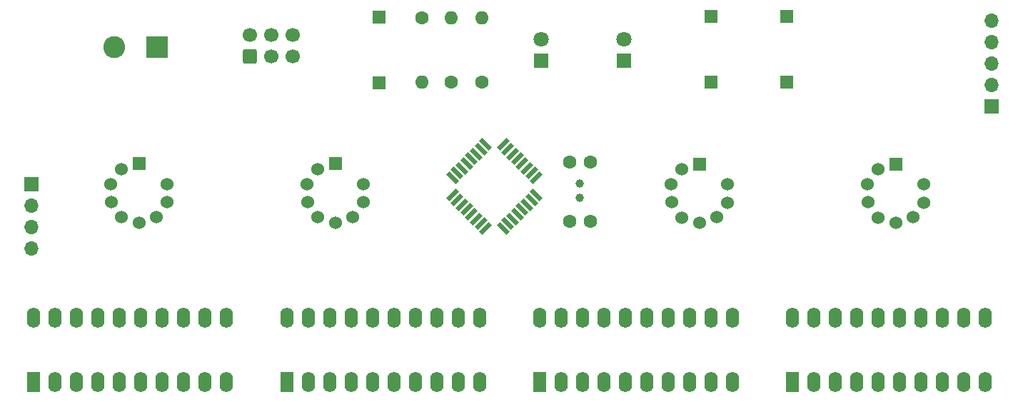
<source format=gbr>
G04 #@! TF.GenerationSoftware,KiCad,Pcbnew,6.0.0-d3dd2cf0fa~116~ubuntu20.04.1*
G04 #@! TF.CreationDate,2022-01-06T20:49:07+01:00*
G04 #@! TF.ProjectId,numitron clock,6e756d69-7472-46f6-9e20-636c6f636b2e,rev?*
G04 #@! TF.SameCoordinates,Original*
G04 #@! TF.FileFunction,Soldermask,Top*
G04 #@! TF.FilePolarity,Negative*
%FSLAX46Y46*%
G04 Gerber Fmt 4.6, Leading zero omitted, Abs format (unit mm)*
G04 Created by KiCad (PCBNEW 6.0.0-d3dd2cf0fa~116~ubuntu20.04.1) date 2022-01-06 20:49:07*
%MOMM*%
%LPD*%
G01*
G04 APERTURE LIST*
G04 Aperture macros list*
%AMRoundRect*
0 Rectangle with rounded corners*
0 $1 Rounding radius*
0 $2 $3 $4 $5 $6 $7 $8 $9 X,Y pos of 4 corners*
0 Add a 4 corners polygon primitive as box body*
4,1,4,$2,$3,$4,$5,$6,$7,$8,$9,$2,$3,0*
0 Add four circle primitives for the rounded corners*
1,1,$1+$1,$2,$3*
1,1,$1+$1,$4,$5*
1,1,$1+$1,$6,$7*
1,1,$1+$1,$8,$9*
0 Add four rect primitives between the rounded corners*
20,1,$1+$1,$2,$3,$4,$5,0*
20,1,$1+$1,$4,$5,$6,$7,0*
20,1,$1+$1,$6,$7,$8,$9,0*
20,1,$1+$1,$8,$9,$2,$3,0*%
%AMRotRect*
0 Rectangle, with rotation*
0 The origin of the aperture is its center*
0 $1 length*
0 $2 width*
0 $3 Rotation angle, in degrees counterclockwise*
0 Add horizontal line*
21,1,$1,$2,0,0,$3*%
G04 Aperture macros list end*
%ADD10R,1.500000X1.500000*%
%ADD11R,1.700000X1.700000*%
%ADD12O,1.700000X1.700000*%
%ADD13R,1.800000X1.800000*%
%ADD14C,1.800000*%
%ADD15C,1.600000*%
%ADD16O,1.600000X1.600000*%
%ADD17C,1.000000*%
%ADD18RotRect,1.600000X0.550000X225.000000*%
%ADD19RotRect,1.600000X0.550000X135.000000*%
%ADD20R,2.600000X2.600000*%
%ADD21C,2.600000*%
%ADD22R,1.524000X1.524000*%
%ADD23C,1.524000*%
%ADD24RoundRect,0.250000X0.600000X-0.600000X0.600000X0.600000X-0.600000X0.600000X-0.600000X-0.600000X0*%
%ADD25C,1.700000*%
%ADD26R,1.600000X2.400000*%
%ADD27O,1.600000X2.400000*%
G04 APERTURE END LIST*
D10*
X144100000Y-84200000D03*
X144100000Y-92000000D03*
X192500000Y-91900000D03*
X192500000Y-84100000D03*
X183500000Y-91900000D03*
X183500000Y-84100000D03*
D11*
X102900000Y-104025000D03*
D12*
X102900000Y-106565000D03*
X102900000Y-109105000D03*
X102900000Y-111645000D03*
X216800000Y-84615000D03*
X216800000Y-87155000D03*
X216800000Y-89695000D03*
X216800000Y-92235000D03*
D11*
X216800000Y-94775000D03*
D13*
X173200000Y-89375000D03*
D14*
X173200000Y-86835000D03*
D13*
X163300000Y-89375000D03*
D14*
X163300000Y-86835000D03*
D15*
X156300000Y-91910000D03*
D16*
X156300000Y-84290000D03*
D17*
X167945000Y-103965000D03*
X167945000Y-105665000D03*
D18*
X156774695Y-109285103D03*
X156209010Y-108719417D03*
X155643324Y-108153732D03*
X155077639Y-107588047D03*
X154511953Y-107022361D03*
X153946268Y-106456676D03*
X153380583Y-105890990D03*
X152814897Y-105325305D03*
D19*
X152814897Y-103274695D03*
X153380583Y-102709010D03*
X153946268Y-102143324D03*
X154511953Y-101577639D03*
X155077639Y-101011953D03*
X155643324Y-100446268D03*
X156209010Y-99880583D03*
X156774695Y-99314897D03*
D18*
X158825305Y-99314897D03*
X159390990Y-99880583D03*
X159956676Y-100446268D03*
X160522361Y-101011953D03*
X161088047Y-101577639D03*
X161653732Y-102143324D03*
X162219417Y-102709010D03*
X162785103Y-103274695D03*
D19*
X162785103Y-105325305D03*
X162219417Y-105890990D03*
X161653732Y-106456676D03*
X161088047Y-107022361D03*
X160522361Y-107588047D03*
X159956676Y-108153732D03*
X159390990Y-108719417D03*
X158825305Y-109285103D03*
D20*
X117745000Y-87795000D03*
D21*
X112665000Y-87795000D03*
D15*
X152705000Y-91910000D03*
D16*
X152705000Y-84290000D03*
D22*
X205400000Y-101635000D03*
D23*
X203340000Y-102295000D03*
X202070000Y-104045000D03*
X202090000Y-106185000D03*
X203320000Y-107995000D03*
X205400000Y-108635000D03*
X207460000Y-107965000D03*
X208730000Y-106215000D03*
X208730000Y-104055000D03*
X185430000Y-104055000D03*
X185430000Y-106215000D03*
X184160000Y-107965000D03*
X182100000Y-108635000D03*
X180020000Y-107995000D03*
X178790000Y-106185000D03*
X178770000Y-104045000D03*
X180040000Y-102295000D03*
D22*
X182100000Y-101635000D03*
D23*
X118970000Y-104020000D03*
X118970000Y-106180000D03*
X117700000Y-107930000D03*
X115640000Y-108600000D03*
X113560000Y-107960000D03*
X112330000Y-106150000D03*
X112310000Y-104010000D03*
X113580000Y-102260000D03*
D22*
X115640000Y-101600000D03*
D23*
X142250000Y-104020000D03*
X142250000Y-106180000D03*
X140980000Y-107930000D03*
X138920000Y-108600000D03*
X136840000Y-107960000D03*
X135610000Y-106150000D03*
X135590000Y-104010000D03*
X136860000Y-102260000D03*
D22*
X138920000Y-101600000D03*
D15*
X166695000Y-108410000D03*
X169195000Y-108410000D03*
X166695000Y-101425000D03*
X169195000Y-101425000D03*
D24*
X128755000Y-88852500D03*
D25*
X131295000Y-88852500D03*
X133835000Y-88852500D03*
X128755000Y-86312500D03*
X131295000Y-86312500D03*
X133835000Y-86312500D03*
D26*
X163175000Y-127525000D03*
D27*
X186035000Y-119905000D03*
X165715000Y-127525000D03*
X183495000Y-119905000D03*
X168255000Y-127525000D03*
X180955000Y-119905000D03*
X170795000Y-127525000D03*
X178415000Y-119905000D03*
X173335000Y-127525000D03*
X175875000Y-119905000D03*
X175875000Y-127525000D03*
X173335000Y-119905000D03*
X178415000Y-127525000D03*
X170795000Y-119905000D03*
X180955000Y-127525000D03*
X168255000Y-119905000D03*
X183495000Y-127525000D03*
X165715000Y-119905000D03*
X186035000Y-127525000D03*
X163175000Y-119905000D03*
D16*
X149180000Y-91910000D03*
D15*
X149180000Y-84290000D03*
D26*
X133175000Y-127525000D03*
D27*
X135715000Y-127525000D03*
X138255000Y-127525000D03*
X140795000Y-127525000D03*
X143335000Y-127525000D03*
X145875000Y-127525000D03*
X148415000Y-127525000D03*
X150955000Y-127525000D03*
X153495000Y-127525000D03*
X156035000Y-127525000D03*
X156035000Y-119905000D03*
X153495000Y-119905000D03*
X150955000Y-119905000D03*
X148415000Y-119905000D03*
X145875000Y-119905000D03*
X143335000Y-119905000D03*
X140795000Y-119905000D03*
X138255000Y-119905000D03*
X135715000Y-119905000D03*
X133175000Y-119905000D03*
D26*
X103175000Y-127525000D03*
D27*
X105715000Y-127525000D03*
X108255000Y-127525000D03*
X110795000Y-127525000D03*
X113335000Y-127525000D03*
X115875000Y-127525000D03*
X118415000Y-127525000D03*
X120955000Y-127525000D03*
X123495000Y-127525000D03*
X126035000Y-127525000D03*
X126035000Y-119905000D03*
X123495000Y-119905000D03*
X120955000Y-119905000D03*
X118415000Y-119905000D03*
X115875000Y-119905000D03*
X113335000Y-119905000D03*
X110795000Y-119905000D03*
X108255000Y-119905000D03*
X105715000Y-119905000D03*
X103175000Y-119905000D03*
D26*
X193175000Y-127525000D03*
D27*
X195715000Y-127525000D03*
X198255000Y-127525000D03*
X200795000Y-127525000D03*
X203335000Y-127525000D03*
X205875000Y-127525000D03*
X208415000Y-127525000D03*
X210955000Y-127525000D03*
X213495000Y-127525000D03*
X216035000Y-127525000D03*
X216035000Y-119905000D03*
X213495000Y-119905000D03*
X210955000Y-119905000D03*
X208415000Y-119905000D03*
X205875000Y-119905000D03*
X203335000Y-119905000D03*
X200795000Y-119905000D03*
X198255000Y-119905000D03*
X195715000Y-119905000D03*
X193175000Y-119905000D03*
M02*

</source>
